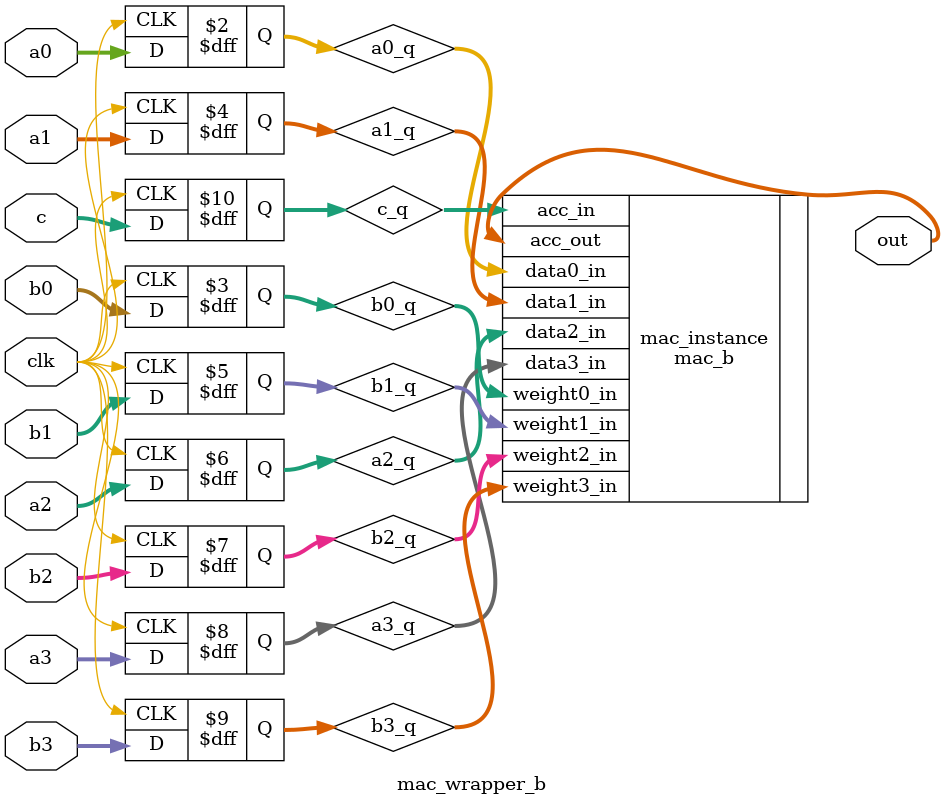
<source format=v>
module mac_wrapper_b (clk, out, a0, b0,a1, b1, a2, b2, a3, b3, c);

parameter bw = 4;
parameter psum_bw = 16;

output [psum_bw-1:0] out;
input  [bw-1:0] a0;
input  [bw-1:0] b0;
input  [bw-1:0] a1;
input  [bw-1:0] b1;
input  [bw-1:0] a2;
input  [bw-1:0] b2;
input  [bw-1:0] a3;
input  [bw-1:0] b3;
input  [psum_bw-1:0] c;
input  clk;

reg    [bw-1:0] a0_q;
reg    [bw-1:0] b0_q;
reg    [bw-1:0] a1_q;
reg    [bw-1:0] b1_q;
reg    [bw-1:0] a2_q;
reg    [bw-1:0] b2_q;
reg    [bw-1:0] a3_q;
reg    [bw-1:0] b3_q;
reg    [psum_bw-1:0] c_q;

mac_b #(.DATA_WIDTH(bw), .SUM_WIDTH(psum_bw)) mac_instance (
        .data0_in(a0_q), 
        .weight0_in(b0_q),
        .data1_in(a1_q), 
        .weight1_in(b1_q),
        .data2_in(a2_q), 
        .weight2_in(b2_q),
        .data3_in(a3_q), 
        .weight3_in(b3_q),
        .acc_in(c_q),
	.acc_out(out)
); 

always @ (posedge clk) begin
        b0_q  <= b0;
        a0_q  <= a0;
        b1_q  <= b1;
        a1_q  <= a1;
        b2_q  <= b2;
        a2_q  <= a2;
        b3_q  <= b3;
        a3_q  <= a3;
        c_q  <= c;
end

endmodule

</source>
